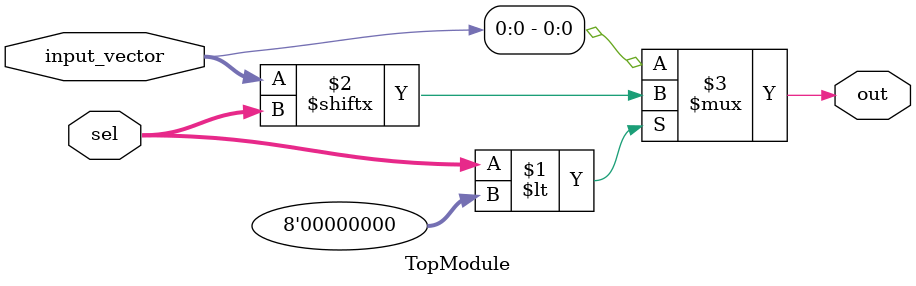
<source format=sv>
module TopModule (
    input logic [255:0] input_vector,  // 256-bit wide input vector
    input logic [7:0] sel,             // 8-bit wide selection input
    output logic out                   // 1-bit output
);

    // Combinational Logic Description
    // The module implements a combinational 1-bit wide, 256-to-1 multiplexer.
    // The input_vector[0] is the least significant bit of the input vector.
    // sel=0 selects input_vector[0], sel=1 selects input_vector[1], ..., sel=255 selects input_vector[255].

    // Handle boundary condition: If sel > 255, default to selecting input_vector[0] (wrap around).
    assign out = (sel < 8'd256) ? input_vector[sel] : input_vector[0];

endmodule
</source>
